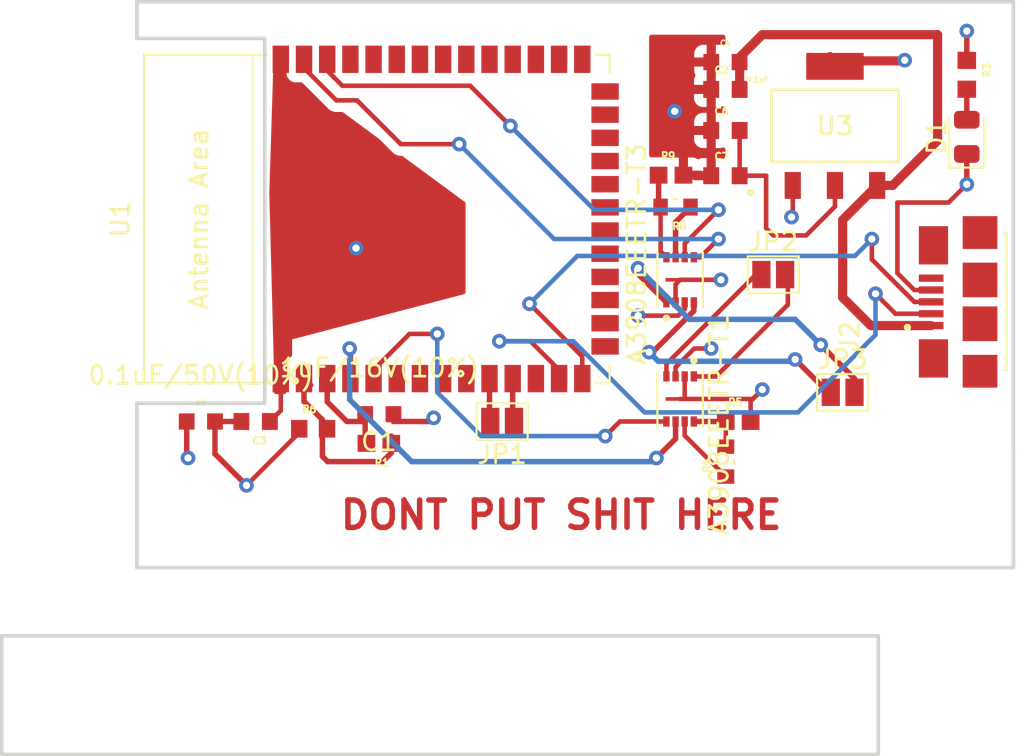
<source format=kicad_pcb>
(kicad_pcb (version 20221018) (generator pcbnew)
  (layers (0 "F.Cu" signal) (1 "In1.Cu" power "GND") (2 "In2.Cu" power "3.3V _REG") (31 "B.Cu" signal) (34 "B.Paste" user) (35 "F.Paste" user) (36 "B.SilkS" user "B.Silkscreen") (37 "F.SilkS" user "F.Silkscreen") (38 "B.Mask" user) (39 "F.Mask" user) (44 "Edge.Cuts" user))
  (net 0 "")
  (net 1 "Net-(A3908EEETR-T1-OUTB)")
  (net 2 "GND")
  (net 3 "Net-(A3908EEETR-T1-OUTA)")
  (net 4 "Net-(A3908EEETR-T1-VREF)")
  (net 5 "Net-(A3908EEETR-T1-VSET)")
  (net 6 "Net-(A3908EEETR-T3-OUTB)")
  (net 7 "Net-(A3908EEETR-T3-OUTA)")
  (net 8 "Net-(A3908EEETR-T3-VREF)")
  (net 9 "Net-(A3908EEETR-T3-VSET)")
  (net 10 "Net-(D1-A)")
  (net 11 "ENA Left Motor")
  (net 12 "ENB Left Motor")
  (net 17 "Net-(JP1-A)")
  (net 18 "Net-(JP1-B)")
  (net 20 "D-")
  (net 21 "D+")
  (net 45 "ENB Right Motor")
  (net 46 "ENA Right Motor")
  (net 47 "3.7_UNREG")
  (net 48 "/CHIP_PU")
  (net 49 "VCC_3V3")
  (net 50 "/ESP32_3V3")
  (footprint "10uF_cap_0603:CAPC1608X90N" (layer "F.Cu") (at 138.23 65.53)
    (fp_text reference "C7" (at -0.21 -1.05) (layer "F.SilkS") (effects (font (size 0.393701 0.393701))))
    (fp_text value "10uF")
    (pad "1" smd rect (at -0.78 0) (size 0.87 0.93) (layers "F.Cu" "F.Paste" "F.Mask") (net 2 "GND"))
    (pad "2" smd rect (at 0.78 0) (size 0.87 0.93) (layers "F.Cu" "F.Paste" "F.Mask") (net 49 "VCC_3V3"))
  )
  (footprint "micro_usb_type_b:AMPHENOL_10118192-0002LF" (layer "F.Cu") (at 149.5 72.44425 90)
    (fp_text reference "J2" (at -1.905 -4.445 90) (layer "F.SilkS"))
    (fp_text value "USB_B")
    (fp_line (start -3.75 4) (end -3.75 4.125) (stroke (width 0.127)) (layer "F.SilkS"))
    (fp_line (start -3.75 4.125) (end 3.75 4.125) (stroke (width 0.127)) (layer "F.SilkS"))
    (fp_line (start 3.75 4.125) (end 3.75 4) (stroke (width 0.127)) (layer "F.SilkS"))
    (fp_circle (center -1.4 -1.3) (end -1.3 -1.3) (stroke (width 0.2)) (fill none) (layer "F.SilkS"))
    (pad "1" smd rect (at -1.3 0 90) (size 0.4 1.35) (layers "F.Cu" "F.Paste" "F.Mask") (net 47 "3.7_UNREG"))
    (pad "2" smd rect (at -0.65 0 90) (size 0.4 1.35) (layers "F.Cu" "F.Paste" "F.Mask") (net 20 "D-"))
    (pad "3" smd rect (at 0 0 90) (size 0.4 1.35) (layers "F.Cu" "F.Paste" "F.Mask") (net 21 "D+"))
    (pad "4" smd rect (at 0.65 0 90) (size 0.4 1.35) (layers "F.Cu" "F.Paste" "F.Mask") (net 2 "GND"))
    (pad "5" smd rect (at 1.3 0 90) (size 0.4 1.35) (layers "F.Cu" "F.Paste" "F.Mask"))
    (pad "S1" smd rect (at -3.1 0.125 90) (size 2.1 1.6) (layers "F.Cu" "F.Paste" "F.Mask"))
    (pad "S2" smd rect (at 3.1 0.125 90) (size 2.1 1.6) (layers "F.Cu" "F.Paste" "F.Mask"))
    (pad "S3" smd rect (at -3.8 2.675 90) (size 1.8 1.9) (layers "F.Cu" "F.Paste" "F.Mask"))
    (pad "S4" smd rect (at -1.2 2.675 90) (size 1.9 1.9) (layers "F.Cu" "F.Paste" "F.Mask"))
    (pad "S5" smd rect (at 1.2 2.675 90) (size 1.9 1.9) (layers "F.Cu" "F.Paste" "F.Mask"))
    (pad "S6" smd rect (at 3.8 2.675 90) (size 1.8 1.9) (layers "F.Cu" "F.Paste" "F.Mask"))
  )
  (footprint "3.3v_reg:SPX1117M3-L-3-3&slash_TR" (layer "F.Cu") (at 144.23 62.8)
    (fp_text reference "U3" (at 0 0) (layer "F.SilkS"))
    (fp_text value "SPX1117M3-L-3-3/TR" hide)
    (fp_line (start -3.4798 -1.9812) (end -3.4798 1.9812) (stroke (width 0.1524)) (layer "F.SilkS"))
    (fp_line (start -3.4798 1.9812) (end 3.4798 1.9812) (stroke (width 0.1524)) (layer "F.SilkS"))
    (fp_line (start 3.4798 -1.9812) (end -3.4798 -1.9812) (stroke (width 0.1524)) (layer "F.SilkS"))
    (fp_line (start 3.4798 1.9812) (end 3.4798 -1.9812) (stroke (width 0.1524)) (layer "F.SilkS"))
    (fp_circle (center -4.6228 3.6449) (end -4.4958 3.6449) (stroke (width 0.1524)) (fill none) (layer "F.SilkS"))
    (pad "1" smd rect (at -2.3114 3.2639) (size 0.889 1.4732) (layers "F.Cu" "F.Paste" "F.Mask") (net 2 "GND"))
    (pad "2" smd rect (at 0 3.2639) (size 0.889 1.4732) (layers "F.Cu" "F.Paste" "F.Mask") (net 49 "VCC_3V3"))
    (pad "3" smd rect (at 2.3114 3.2639) (size 0.889 1.4732) (layers "F.Cu" "F.Paste" "F.Mask") (net 47 "3.7_UNREG"))
    (pad "4" smd rect (at 0 -3.2639) (size 3.1496 1.4732) (layers "F.Cu" "F.Paste" "F.Mask") (net 49 "VCC_3V3"))
  )
  (footprint "10uF_cap_0603:CAPC1608X90N" (layer "F.Cu") (at 138.23 60.8)
    (fp_text reference "C2" (at -0.21 -1.05) (layer "F.SilkS") (effects (font (size 0.393701 0.393701))))
    (fp_text value "10uF")
    (pad "1" smd rect (at -0.78 0) (size 0.87 0.93) (layers "F.Cu" "F.Paste" "F.Mask") (net 2 "GND"))
    (pad "2" smd rect (at 0.78 0) (size 0.87 0.93) (layers "F.Cu" "F.Paste" "F.Mask") (net 47 "3.7_UNREG"))
  )
  (footprint "0_ohm_0603:RESC1508X55N" (layer "F.Cu") (at 115.65 79.4)
    (fp_text reference "R6" (at -0.21 -1.07) (layer "F.SilkS") (effects (font (size 0.393701 0.393701))))
    (fp_text value "0(1%)")
    (pad "1" smd rect (at -0.76 0) (size 0.9 0.97) (layers "F.Cu" "F.Paste" "F.Mask") (net 49 "VCC_3V3"))
    (pad "2" smd rect (at 0.76 0) (size 0.9 0.97) (layers "F.Cu" "F.Paste" "F.Mask") (net 50 "/ESP32_3V3"))
  )
  (footprint "18k_ohm_0603:RESC1608X55N" (layer "F.Cu") (at 138.25 81.2 90)
    (fp_text reference "R4" (at -0.21 -1.05 90) (layer "F.SilkS") (effects (font (size 0.393701 0.393701))))
    (fp_text value "30k")
    (fp_line (start -0.11 -0.45) (end 0.11 -0.45) (stroke (width 0.127)) (layer "F.SilkS"))
    (fp_line (start -0.11 0.45) (end 0.11 0.45) (stroke (width 0.127)) (layer "F.SilkS"))
    (pad "1" smd rect (at -0.82 0 90) (size 0.79 0.93) (layers "F.Cu" "F.Paste" "F.Mask") (net 4 "Net-(A3908EEETR-T1-VREF)"))
    (pad "2" smd rect (at 0.82 0 90) (size 0.79 0.93) (layers "F.Cu" "F.Paste" "F.Mask") (net 5 "Net-(A3908EEETR-T1-VSET)"))
  )
  (footprint "Jumper:SolderJumper-2_P1.3mm_Open_Pad1.0x1.5mm" (layer "F.Cu") (at 144.65 77.4)
    (fp_text reference "JP3" (at 0 -1.8) (layer "F.SilkS"))
    (fp_text value "SolderJumper_2_Open")
    (fp_line (start -1.4 -1) (end 1.4 -1) (stroke (width 0.12)) (layer "F.SilkS"))
    (fp_line (start -1.4 1) (end -1.4 -1) (stroke (width 0.12)) (layer "F.SilkS"))
    (fp_line (start 1.4 -1) (end 1.4 1) (stroke (width 0.12)) (layer "F.SilkS"))
    (fp_line (start 1.4 1) (end -1.4 1) (stroke (width 0.12)) (layer "F.SilkS"))
    (pad "1" smd rect (at -0.65 0) (size 1 1.5) (layers "F.Cu" "F.Mask") (net 7 "Net-(A3908EEETR-T3-OUTA)"))
    (pad "2" smd rect (at 0.65 0) (size 1 1.5) (layers "F.Cu" "F.Mask") (net 6 "Net-(A3908EEETR-T3-OUTB)"))
  )
  (footprint "motor_driver_ic:PSON50P200X300X60-9N" (layer "F.Cu") (at 135.75 77.765 -90)
    (fp_text reference "A3908EEETR-T1" (at 1.41 -2.135 90) (layer "F.SilkS"))
    (fp_text value "~")
    (fp_line (start -1.5 -1.245) (end 1.5 -1.245) (stroke (width 0.127)) (layer "F.SilkS"))
    (fp_line (start 1.5 1.245) (end -1.5 1.245) (stroke (width 0.127)) (layer "F.SilkS"))
    (fp_circle (center -2.1 -0.75) (end -2 -0.75) (stroke (width 0.2)) (fill none) (layer "F.SilkS"))
    (pad "1" smd rect (at -1.235 -0.75 270) (size 0.56 0.35) (layers "F.Cu" "F.Paste" "F.Mask") (net 1 "Net-(A3908EEETR-T1-OUTB)"))
    (pad "2" smd rect (at -1.235 -0.25 270) (size 0.56 0.35) (layers "F.Cu" "F.Paste" "F.Mask") (net 2 "GND"))
    (pad "3" smd rect (at -1.235 0.25 270) (size 0.56 0.35) (layers "F.Cu" "F.Paste" "F.Mask") (net 47 "3.7_UNREG"))
    (pad "4" smd rect (at -1.235 0.75 270) (size 0.56 0.35) (layers "F.Cu" "F.Paste" "F.Mask") (net 3 "Net-(A3908EEETR-T1-OUTA)"))
    (pad "5" smd rect (at 1.235 0.75 270) (size 0.56 0.35) (layers "F.Cu" "F.Paste" "F.Mask") (net 46 "ENA Right Motor"))
    (pad "6" smd rect (at 1.235 0.25 270) (size 0.56 0.35) (layers "F.Cu" "F.Paste" "F.Mask") (net 45 "ENB Right Motor"))
    (pad "7" smd rect (at 1.235 -0.25 270) (size 0.56 0.35) (layers "F.Cu" "F.Paste" "F.Mask") (net 4 "Net-(A3908EEETR-T1-VREF)"))
    (pad "8" smd rect (at 1.235 -0.75 270) (size 0.56 0.35) (layers "F.Cu" "F.Paste" "F.Mask") (net 5 "Net-(A3908EEETR-T1-VSET)"))
    (pad "9" smd rect (at 0 0 270) (size 0.2 1.6) (layers "F.Cu" "F.Mask") (net 2 "GND"))
  )
  (footprint "100_ohm_0603:RESC1608X50N" (layer "F.Cu") (at 151.45 60 -90)
    (fp_text reference "R3" (at -0.26 -1.1 90) (layer "F.SilkS") (effects (font (size 0.393701 0.393701))))
    (fp_text value "100 ohm")
    (pad "1" smd rect (at -0.79 0 270) (size 0.94 1.02) (layers "F.Cu" "F.Paste" "F.Mask") (net 49 "VCC_3V3"))
    (pad "2" smd rect (at 0.79 0 270) (size 0.94 1.02) (layers "F.Cu" "F.Paste" "F.Mask") (net 10 "Net-(D1-A)"))
  )
  (footprint "Espressif:ESP32-S3-WROOM-1" (layer "F.Cu") (at 122.14 67.9 90)
    (fp_text reference "U1" (at 0 -17.05 90) (layer "F.SilkS"))
    (fp_text value "ESP32-S3-WROOM-1")
    (fp_text user "Antenna Area" (at 0 -12.75 90) (layer "F.SilkS"))
    (fp_line (start -9 -15.75) (end -9 -9) (stroke (width 0.12)) (layer "F.SilkS"))
    (fp_line (start -9 -15.75) (end 9 -15.75) (stroke (width 0.12)) (layer "F.SilkS"))
    (fp_line (start -9 9) (end -9 9.75) (stroke (width 0.12)) (layer "F.SilkS"))
    (fp_line (start -9 9.75) (end -8 9.75) (stroke (width 0.12)) (layer "F.SilkS"))
    (fp_line (start 9 -15.75) (end 9 -9) (stroke (width 0.12)) (layer "F.SilkS"))
    (fp_line (start 9 -9.81) (end -9 -9.81) (stroke (width 0.12)) (layer "F.SilkS"))
    (fp_line (start 9 9) (end 9 9.75) (stroke (width 0.12)) (layer "F.SilkS"))
    (fp_line (start 9 9.75) (end 8 9.75) (stroke (width 0.12)) (layer "F.SilkS"))
    (pad "1" smd rect (at -8.75 -8.26 90) (size 1.5 0.9) (layers "F.Cu" "F.Paste" "F.Mask") (net 2 "GND"))
    (pad "2" smd rect (at -8.75 -6.99 90) (size 1.5 0.9) (layers "F.Cu" "F.Paste" "F.Mask") (net 50 "/ESP32_3V3"))
    (pad "3" smd rect (at -8.75 -5.72 90) (size 1.5 0.9) (layers "F.Cu" "F.Paste" "F.Mask") (net 48 "/CHIP_PU"))
    (pad "4" smd rect (at -8.75 -4.45 90) (size 1.5 0.9) (layers "F.Cu" "F.Paste" "F.Mask") (net 45 "ENB Right Motor"))
    (pad "5" smd rect (at -8.75 -3.18 90) (size 1.5 0.9) (layers "F.Cu" "F.Paste" "F.Mask") (net 46 "ENA Right Motor"))
    (pad "6" smd rect (at -8.75 -1.91 90) (size 1.5 0.9) (layers "F.Cu" "F.Paste" "F.Mask"))
    (pad "7" smd rect (at -8.75 -0.64 90) (size 1.5 0.9) (layers "F.Cu" "F.Paste" "F.Mask"))
    (pad "8" smd rect (at -8.75 0.63 90) (size 1.5 0.9) (layers "F.Cu" "F.Paste" "F.Mask"))
    (pad "9" smd rect (at -8.75 1.9 90) (size 1.5 0.9) (layers "F.Cu" "F.Paste" "F.Mask"))
    (pad "10" smd rect (at -8.75 3.17 90) (size 1.5 0.9) (layers "F.Cu" "F.Paste" "F.Mask") (net 18 "Net-(JP1-B)"))
    (pad "11" smd rect (at -8.75 4.44 90) (size 1.5 0.9) (layers "F.Cu" "F.Paste" "F.Mask") (net 17 "Net-(JP1-A)"))
    (pad "12" smd rect (at -8.75 5.71 90) (size 1.5 0.9) (layers "F.Cu" "F.Paste" "F.Mask"))
    (pad "13" smd rect (at -8.75 6.98 90) (size 1.5 0.9) (layers "F.Cu" "F.Paste" "F.Mask") (net 20 "D-"))
    (pad "14" smd rect (at -8.75 8.25 90) (size 1.5 0.9) (layers "F.Cu" "F.Paste" "F.Mask") (net 21 "D+"))
    (pad "15" smd rect (at -6.985 9.5 180) (size 1.5 0.9) (layers "F.Cu" "F.Paste" "F.Mask"))
    (pad "16" smd rect (at -5.715 9.5 180) (size 1.5 0.9) (layers "F.Cu" "F.Paste" "F.Mask"))
    (pad "17" smd rect (at -4.445 9.5 180) (size 1.5 0.9) (layers "F.Cu" "F.Paste" "F.Mask"))
    (pad "18" smd rect (at -3.175 9.5 180) (size 1.5 0.9) (layers "F.Cu" "F.Paste" "F.Mask"))
    (pad "19" smd rect (at -1.905 9.5 180) (size 1.5 0.9) (layers "F.Cu" "F.Paste" "F.Mask"))
    (pad "20" smd rect (at -0.635 9.5 180) (size 1.5 0.9) (layers "F.Cu" "F.Paste" "F.Mask"))
    (pad "21" smd rect (at 0.635 9.5 180) (size 1.5 0.9) (layers "F.Cu" "F.Paste" "F.Mask"))
    (pad "22" smd rect (at 1.905 9.5 180) (size 1.5 0.9) (layers "F.Cu" "F.Paste" "F.Mask"))
    (pad "23" smd rect (at 3.175 9.5 180) (size 1.5 0.9) (layers "F.Cu" "F.Paste" "F.Mask"))
    (pad "24" smd rect (at 4.445 9.5 180) (size 1.5 0.9) (layers "F.Cu" "F.Paste" "F.Mask"))
    (pad "25" smd rect (at 5.715 9.5 180) (size 1.5 0.9) (layers "F.Cu" "F.Paste" "F.Mask"))
    (pad "26" smd rect (at 6.985 9.5 180) (size 1.5 0.9) (layers "F.Cu" "F.Paste" "F.Mask"))
    (pad "27" smd rect (at 8.75 8.25 270) (size 1.5 0.9) (layers "F.Cu" "F.Paste" "F.Mask"))
    (pad "28" smd rect (at 8.75 6.98 270) (size 1.5 0.9) (layers "F.Cu" "F.Paste" "F.Mask"))
    (pad "29" smd rect (at 8.75 5.71 270) (size 1.5 0.9) (layers "F.Cu" "F.Paste" "F.Mask"))
    (pad "30" smd rect (at 8.75 4.44 270) (size 1.5 0.9) (layers "F.Cu" "F.Paste" "F.Mask"))
    (pad "31" smd rect (at 8.75 3.17 270) (size 1.5 0.9) (layers "F.Cu" "F.Paste" "F.Mask"))
    (pad "32" smd rect (at 8.75 1.9 270) (size 1.5 0.9) (layers "F.Cu" "F.Paste" "F.Mask"))
    (pad "33" smd rect (at 8.75 0.63 270) (size 1.5 0.9) (layers "F.Cu" "F.Paste" "F.Mask"))
    (pad "34" smd rect (at 8.75 -0.64 270) (size 1.5 0.9) (layers "F.Cu" "F.Paste" "F.Mask"))
    (pad "35" smd rect (at 8.75 -1.91 270) (size 1.5 0.9) (layers "F.Cu" "F.Paste" "F.Mask"))
    (pad "36" smd rect (at 8.75 -3.18 270) (size 1.5 0.9) (layers "F.Cu" "F.Paste" "F.Mask"))
    (pad "37" smd rect (at 8.75 -4.45 270) (size 1.5 0.9) (layers "F.Cu" "F.Paste" "F.Mask"))
    (pad "38" smd rect (at 8.75 -5.72 270) (size 1.5 0.9) (layers "F.Cu" "F.Paste" "F.Mask") (net 12 "ENB Left Motor"))
    (pad "39" smd rect (at 8.75 -6.99 270) (size 1.5 0.9) (layers "F.Cu" "F.Paste" "F.Mask") (net 11 "ENA Left Motor"))
    (pad "40" smd rect (at 8.75 -8.26 270) (size 1.5 0.9) (layers "F.Cu" "F.Paste" "F.Mask") (net 2 "GND"))
    (pad "41" smd rect (at -2.9 -1.94 270) (size 0.9 0.9) (layers "F.Cu" "F.Paste" "F.Mask") (net 2 "GND"))
    (pad "41" smd rect (at -2.9 -0.54 270) (size 0.9 0.9) (layers "F.Cu" "F.Paste" "F.Mask") (net 2 "GND"))
    (pad "41" smd rect (at -2.9 0.86 270) (size 0.9 0.9) (layers "F.Cu" "F.Paste" "F.Mask") (net 2 "GND"))
    (pad "41" smd rect (at -1.5 -1.94 270) (size 0.9 0.9) (layers "F.Cu" "F.Paste" "F.Mask") (net 2 "GND"))
    (pad "41" smd rect (at -1.5 -0.54 270) (size 0.9 0.9) (layers "F.Cu" "F.Paste" "F.Mask") (net 2 "GND"))
    (pad "41" smd rect (at -1.5 0.86 270) (size 0.9 0.9) (layers "F.Cu" "F.Paste" "F.Mask") (net 2 "GND"))
    (pad "41" smd rect (at -0.1 -1.94 270) (size 0.9 0.9) (layers "F.Cu" "F.Paste" "F.Mask") (net 2 "GND"))
    (pad "41" smd rect (at -0.1 -0.54 270) (size 0.9 0.9) (layers "F.Cu" "F.Paste" "F.Mask") (net 2 "GND"))
    (pad "41" smd rect (at -0.1 0.86 270) (size 0.9 0.9) (layers "F.Cu" "F.Paste" "F.Mask") (net 2 "GND"))
  )
  (footprint "Jumper:SolderJumper-2_P1.3mm_Open_Pad1.0x1.5mm" (layer "F.Cu") (at 140.85 70.95)
    (fp_text reference "JP2" (at 0 -1.8) (layer "F.SilkS"))
    (fp_text value "SolderJumper_2_Open")
    (fp_line (start -1.4 -1) (end 1.4 -1) (stroke (width 0.12)) (layer "F.SilkS"))
    (fp_line (start -1.4 1) (end -1.4 -1) (stroke (width 0.12)) (layer "F.SilkS"))
    (fp_line (start 1.4 -1) (end 1.4 1) (stroke (width 0.12)) (layer "F.SilkS"))
    (fp_line (start 1.4 1) (end -1.4 1) (stroke (width 0.12)) (layer "F.SilkS"))
    (pad "1" smd rect (at -0.65 0) (size 1 1.5) (layers "F.Cu" "F.Mask") (net 3 "Net-(A3908EEETR-T1-OUTA)"))
    (pad "2" smd rect (at 0.65 0) (size 1 1.5) (layers "F.Cu" "F.Mask") (net 1 "Net-(A3908EEETR-T1-OUTB)"))
  )
  (footprint "0.1uF_cap_0603:CAPC1608X90N" (layer "F.Cu") (at 112.5 79 180)
    (fp_text reference "C3" (at -0.21 -1.05 180) (layer "F.SilkS") (effects (font (size 0.393701 0.393701))))
    (fp_text value "10uF/6.7V (10%)")
    (pad "1" smd rect (at -0.78 0 180) (size 0.87 0.93) (layers "F.Cu" "F.Paste" "F.Mask") (net 2 "GND"))
    (pad "2" smd rect (at 0.78 0 180) (size 0.87 0.93) (layers "F.Cu" "F.Paste" "F.Mask") (net 49 "VCC_3V3"))
  )
  (footprint "1uF_cap_0603:CL10A105KB8NNNC" (layer "F.Cu") (at 119.2747 78.6)
    (fp_text reference "C1" (at -0.0247 1.5) (layer "F.SilkS"))
    (fp_text value "1uF/16V(10%)" (at 0 -2.54) (layer "F.SilkS"))
    (pad "1" smd rect (at -0.7747 0) (size 0.8636 0.889) (layers "F.Cu" "F.Paste" "F.Mask") (net 48 "/CHIP_PU"))
    (pad "2" smd rect (at 0.7747 0) (size 0.8636 0.889) (layers "F.Cu" "F.Paste" "F.Mask") (net 2 "GND"))
  )
  (footprint "18k_ohm_0603:RESC1608X55N" (layer "F.Cu") (at 135.5 67.25 180)
    (fp_text reference "R8" (at -0.21 -1.05) (layer "F.SilkS") (effects (font (size 0.393701 0.393701))))
    (fp_text value "30k")
    (fp_line (start -0.11 -0.45) (end 0.11 -0.45) (stroke (width 0.127)) (layer "F.SilkS"))
    (fp_line (start -0.11 0.45) (end 0.11 0.45) (stroke (width 0.127)) (layer "F.SilkS"))
    (pad "1" smd rect (at -0.82 0 180) (size 0.79 0.93) (layers "F.Cu" "F.Paste" "F.Mask") (net 8 "Net-(A3908EEETR-T3-VREF)"))
    (pad "2" smd rect (at 0.82 0 180) (size 0.79 0.93) (layers "F.Cu" "F.Paste" "F.Mask") (net 9 "Net-(A3908EEETR-T3-VSET)"))
  )
  (footprint "1uF_cap_0603:CL10A105KB8NNNC" (layer "F.Cu") (at 109.5 79)
    (fp_text reference "C8" (at 0 -1) (layer "F.SilkS") (effects (font (size 0.3 0.3) (thickness 0.075))))
    (fp_text value "0.1uF/50V(10%)" (at 0 -2.54) (layer "F.SilkS"))
    (pad "1" smd rect (at -0.7747 0) (size 0.8636 0.889) (layers "F.Cu" "F.Paste" "F.Mask") (net 2 "GND"))
    (pad "2" smd rect (at 0.7747 0) (size 0.8636 0.889) (layers "F.Cu" "F.Paste" "F.Mask") (net 49 "VCC_3V3"))
  )
  (footprint "0.1uF_cap_0603:CAPC1608X90N" (layer "F.Cu") (at 138.23 63.05)
    (fp_text reference "C6" (at -0.21 -1.05) (layer "F.SilkS") (effects (font (size 0.393701 0.393701))))
    (fp_text value "0.1uF")
    (pad "1" smd rect (at -0.78 0) (size 0.87 0.93) (layers "F.Cu" "F.Paste" "F.Mask") (net 2 "GND"))
    (pad "2" smd rect (at 0.78 0) (size 0.87 0.93) (layers "F.Cu" "F.Paste" "F.Mask") (net 49 "VCC_3V3"))
  )
  (footprint "1uF_cap_0603:CL10A105KB8NNNC" (layer "F.Cu") (at 138.23 59.3)
    (fp_text reference "C4" (at 0.0033 -1.0347) (layer "F.SilkS") (effects (font (size 0.3 0.3) (thickness 0.075))))
    (fp_text value "0.1uF" (at 1.7533 0.9653) (layer "F.SilkS") (effects (font (size 0.3 0.3) (thickness 0.075))))
    (pad "1" smd rect (at -0.7747 0) (size 0.8636 0.889) (layers "F.Cu" "F.Paste" "F.Mask") (net 2 "GND"))
    (pad "2" smd rect (at 0.7747 0) (size 0.8636 0.889) (layers "F.Cu" "F.Paste" "F.Mask") (net 47 "3.7_UNREG"))
  )
  (footprint "LED_SMD:LED_0805_2012Metric" (layer "F.Cu") (at 151.45 63.4 90)
    (fp_text reference "D1" (at 0 -1.65 90) (layer "F.SilkS"))
    (fp_text value "LED")
    (fp_line (start -1.685 -0.96) (end -1.685 0.96) (stroke (width 0.12)) (layer "F.SilkS"))
    (fp_line (start -1.685 0.96) (end 1 0.96) (stroke (width 0.12)) (layer "F.SilkS"))
    (fp_line (start 1 -0.96) (end -1.685 -0.96) (stroke (width 0.12)) (layer "F.SilkS"))
    (pad "1" smd roundrect (at -0.9375 0 90) (size 0.975 1.4) (layers "F.Cu" "F.Paste" "F.Mask") (net 2 "GND"))
    (pad "2" smd roundrect (at 0.9375 0 90) (size 0.975 1.4) (layers "F.Cu" "F.Paste" "F.Mask") (net 10 "Net-(D1-A)"))
  )
  (footprint "motor_driver_ic:PSON50P200X300X60-9N" (layer "F.Cu") (at 135.75 71.235 90)
    (fp_text reference "A3908EEETR-T3" (at 1.41 -2.385 90) (layer "F.SilkS"))
    (fp_text value "~")
    (fp_line (start -1.5 -1.245) (end 1.5 -1.245) (stroke (width 0.127)) (layer "F.SilkS"))
    (fp_line (start 1.5 1.245) (end -1.5 1.245) (stroke (width 0.127)) (layer "F.SilkS"))
    (fp_circle (center -2.1 -0.75) (end -2 -0.75) (stroke (width 0.2)) (fill none) (layer "F.SilkS"))
    (pad "1" smd rect (at -1.235 -0.75 90) (size 0.56 0.35) (layers "F.Cu" "F.Paste" "F.Mask") (net 6 "Net-(A3908EEETR-T3-OUTB)"))
    (pad "2" smd rect (at -1.235 -0.25 90) (size 0.56 0.35) (layers "F.Cu" "F.Paste" "F.Mask") (net 2 "GND"))
    (pad "3" smd rect (at -1.235 0.25 90) (size 0.56 0.35) (layers "F.Cu" "F.Paste" "F.Mask") (net 49 "VCC_3V3"))
    (pad "4" smd rect (at -1.235 0.75 90) (size 0.56 0.35) (layers "F.Cu" "F.Paste" "F.Mask") (net 7 "Net-(A3908EEETR-T3-OUTA)"))
    (pad "5" smd rect (at 1.235 0.75 90) (size 0.56 0.35) (layers "F.Cu" "F.Paste" "F.Mask") (net 11 "ENA Left Motor"))
    (pad "6" smd rect (at 1.235 0.25 90) (size 0.56 0.35) (layers "F.Cu" "F.Paste" "F.Mask") (net 12 "ENB Left Motor"))
    (pad "7" smd rect (at 1.235 -0.25 90) (size 0.56 0.35) (layers "F.Cu" "F.Paste" "F.Mask") (net 8 "Net-(A3908EEETR-T3-VREF)"))
    (pad "8" smd rect (at 1.235 -0.75 90) (size 0.56 0.35) (layers "F.Cu" "F.Paste" "F.Mask") (net 9 "Net-(A3908EEETR-T3-VSET)"))
    (pad "9" smd rect (at 0 0 90) (size 0.2 1.6) (layers "F.Cu" "F.Mask") (net 2 "GND"))
  )
  (footprint "Jumper:SolderJumper-2_P1.3mm_Open_Pad1.0x1.5mm" (layer "F.Cu") (at 126 79 180)
    (fp_text reference "JP1" (at 0 -1.8) (layer "F.SilkS"))
    (fp_text value "SolderJumper_2_Open")
    (fp_line (start -1.4 -1) (end 1.4 -1) (stroke (width 0.12)) (layer "F.SilkS"))
    (fp_line (start -1.4 1) (end -1.4 -1) (stroke (width 0.12)) (layer "F.SilkS"))
    (fp_line (start 1.4 -1) (end 1.4 1) (stroke (width 0.12)) (layer "F.SilkS"))
    (fp_line (start 1.4 1) (end -1.4 1) (stroke (width 0.12)) (layer "F.SilkS"))
    (pad "1" smd rect (at -0.65 0 180) (size 1 1.5) (layers "F.Cu" "F.Mask") (net 17 "Net-(JP1-A)"))
    (pad "2" smd rect (at 0.65 0 180) (size 1 1.5) (layers "F.Cu" "F.Mask") (net 18 "Net-(JP1-B)"))
  )
  (footprint "10k_ohm_0603:RESC1508X50N" (layer "F.Cu") (at 119.25 80.2 180)
    (fp_text reference "R1" (at -0.16 -1.05) (layer "F.SilkS") (effects (font (size 0.393701 0.393701))))
    (fp_text value "10K(1%)")
    (pad "1" smd rect (at -0.68 0 180) (size 0.97 0.93) (layers "F.Cu" "F.Paste" "F.Mask") (net 50 "/ESP32_3V3"))
    (pad "2" smd rect (at 0.68 0 180) (size 0.97 0.93) (layers "F.Cu" "F.Paste" "F.Mask") (net 48 "/CHIP_PU"))
  )
  (footprint "10k_ohm_0603:RESC1508X50N" (layer "F.Cu") (at 135.25 65.5)
    (fp_text reference "R9" (at -0.16 -1.05) (layer "F.SilkS") (effects (font (size 0.393701 0.393701))))
    (fp_text value "10k")
    (pad "1" smd rect (at -0.68 0) (size 0.97 0.93) (layers "F.Cu" "F.Paste" "F.Mask") (net 9 "Net-(A3908EEETR-T3-VSET)"))
    (pad "2" smd rect (at 0.68 0) (size 0.97 0.93) (layers "F.Cu" "F.Paste" "F.Mask") (net 2 "GND"))
  )
  (footprint "10k_ohm_0603:RESC1508X50N" (layer "F.Cu") (at 138.93 79)
    (fp_text reference "R5" (at -0.16 -1.05) (layer "F.SilkS") (effects (font (size 0.393701 0.393701))))
    (fp_text value "10k")
    (pad "1" smd rect (at -0.68 0) (size 0.97 0.93) (layers "F.Cu" "F.Paste" "F.Mask") (net 5 "Net-(A3908EEETR-T1-VSET)"))
    (pad "2" smd rect (at 0.68 0) (size 0.97 0.93) (layers "F.Cu" "F.Paste" "F.Mask") (net 2 "GND"))
  )
  (gr_rect (start 98.6 90.75) (end 146.6 97.25) (stroke (width 0.2)) (fill none) (layer "Edge.Cuts"))
  (gr_line (start 113 78) (end 113 58) (stroke (width 0.2)) (layer "Edge.Cuts"))
  (gr_line (start 113 58) (end 106 58) (stroke (width 0.2)) (layer "Edge.Cuts"))
  (gr_line (start 106 56) (end 154 56) (stroke (width 0.2)) (layer "Edge.Cuts"))
  (gr_line (start 106 87) (end 154 87) (stroke (width 0.2)) (layer "Edge.Cuts"))
  (gr_line (start 106 58) (end 106 56) (stroke (width 0.2)) (layer "Edge.Cuts"))
  (gr_line (start 106 87) (end 106 78) (stroke (width 0.2)) (layer "Edge.Cuts"))
  (gr_line (start 154 56) (end 154 87) (stroke (width 0.2)) (layer "Edge.Cuts"))
  (gr_line (start 106 78) (end 113 78) (stroke (width 0.2)) (layer "Edge.Cuts"))
  (gr_line (start 106 87) (end 154 87) (stroke (width 0.2)) (layer "Edge.Cuts"))
  (gr_line (start 154 87) (end 154 80.5) (stroke (width 0.2)) (layer "Edge.Cuts"))
  (gr_text "DONT PUT SHIT HERE" (at 117 85) (layer "F.Cu") (effects (font (size 1.5 1.5) (thickness 0.3) bold) (justify left bottom)))
  (segment (start 141.5 70.95) (end 141.5 71.45) (width 0.25) (layer "F.Cu") (net 1))
  (segment (start 137.72 76.53) (end 136.5 76.53) (width 0.25) (layer "F.Cu") (net 1))
  (segment (start 141.5 71.45) (end 141.65 71.6) (width 0.25) (layer "F.Cu") (net 1))
  (segment (start 141.65 72.6) (end 137.72 76.53) (width 0.25) (layer "F.Cu") (net 1))
  (segment (start 141.65 71.6) (end 141.65 72.6) (width 0.25) (layer "F.Cu") (net 1))
  (segment (start 108.7253 80.9253) (end 108.8 81) (width 0.3) (layer "F.Cu") (net 2))
  (segment (start 140.25 77.25) (end 139.61 77.89) (width 0.25) (layer "F.Cu") (net 2))
  (segment (start 147.65 67) (end 150.45 67) (width 0.25) (layer "F.Cu") (net 2))
  (segment (start 113.88 76.65) (end 113.88 78.4) (width 0.25) (layer "F.Cu") (net 2))
  (segment (start 122.05 79) (end 120.0494 79) (width 0.3) (layer "F.Cu") (net 2))
  (segment (start 135.75 71.235) (end 137.985 71.235) (width 0.25) (layer "F.Cu") (net 2))
  (segment (start 150.45 67) (end 151.45 66) (width 0.25) (layer "F.Cu") (net 2))
  (segment (start 135.75 77.765) (end 139.735 77.765) (width 0.25) (layer "F.Cu") (net 2))
  (segment (start 141.9186 67.7314) (end 141.9186 66.0639) (width 0.25) (layer "F.Cu") (net 2))
  (segment (start 149.5 71.79425) (end 148.575 71.79425) (width 0.25) (layer "F.Cu") (net 2))
  (segment (start 139.735 77.765) (end 140.25 77.25) (width 0.25) (layer "F.Cu") (net 2))
  (segment (start 108.7253 79) (end 108.7253 80.9253) (width 0.3) (layer "F.Cu") (net 2))
  (segment (start 135.5 72.47) (end 135.5 71.485) (width 0.25) (layer "F.Cu") (net 2))
  (segment (start 136 77.765) (end 136 76.53) (width 0.25) (layer "F.Cu") (net 2))
  (segment (start 141.85 67.8) (end 141.9186 67.7314) (width 0.25) (layer "F.Cu") (net 2))
  (segment (start 113.88 78.4) (end 113.28 79) (width 0.25) (layer "F.Cu") (net 2))
  (segment (start 147.65 70.86925) (end 147.65 67) (width 0.25) (layer "F.Cu") (net 2))
  (segment (start 139.61 77.89) (end 139.61 79) (width 0.25) (layer "F.Cu") (net 2))
  (segment (start 151.45 64.3375) (end 151.45 66) (width 0.3) (layer "F.Cu") (net 2))
  (segment (start 148.575 71.79425) (end 147.65 70.86925) (width 0.25) (layer "F.Cu") (net 2))
  (segment (start 122.25 78.8) (end 122.05 79) (width 0.3) (layer "F.Cu") (net 2))
  (segment (start 135.5 71.485) (end 135.75 71.235) (width 0.25) (layer "F.Cu") (net 2))
  (segment (start 138 71.25) (end 137.985 71.235) (width 0.25) (layer "F.Cu") (net 2))
  (via (at 141.85 67.8) (size 0.8) (drill 0.4) (layers "F.Cu" "B.Cu") (net 2))
  (via (at 151.45 66) (size 0.8) (drill 0.4) (layers "F.Cu" "B.Cu") (net 2))
  (via (at 135.45 62) (size 0.8) (drill 0.4) (layers "F.Cu" "B.Cu") (net 2))
  (via (at 137.985 71.235) (size 0.8) (drill 0.4) (layers "F.Cu" "B.Cu") (net 2))
  (via (at 108.8 81) (size 0.8) (drill 0.4) (layers "F.Cu" "B.Cu") (net 2))
  (via (at 140.25 77.25) (size 0.8) (drill 0.4) (layers "F.Cu" "B.Cu") (net 2))
  (via (at 122.25 78.8) (size 0.8) (drill 0.4) (layers "F.Cu" "B.Cu") (net 2))
  (via (at 118 69.5) (size 0.8) (drill 0.4) (layers "F.Cu" "B.Cu") (net 2))
  (segment (start 139.9 70.95) (end 135 75.85) (width 0.25) (layer "F.Cu") (net 3))
  (segment (start 140.2 70.95) (end 139.9 70.95) (width 0.25) (layer "F.Cu") (net 3))
  (segment (start 135 75.85) (end 135 76.53) (width 0.25) (layer "F.Cu") (net 3))
  (segment (start 136 79.77) (end 138.25 82.02) (width 0.25) (layer "F.Cu") (net 4))
  (segment (start 136 79) (end 136 79.77) (width 0.25) (layer "F.Cu") (net 4))
  (segment (start 138.25 80.38) (end 138.25 79) (width 0.25) (layer "F.Cu") (net 5))
  (segment (start 138.25 79.25) (end 138 79) (width 0.3) (layer "F.Cu") (net 5))
  (segment (start 138 79) (end 136.525 79) (width 0.3) (layer "F.Cu") (net 5))
  (segment (start 133.45 70.92) (end 135 72.47) (width 0.3) (layer "F.Cu") (net 6))
  (segment (start 133.45 70.6) (end 133.45 70.92) (width 0.3) (layer "F.Cu") (net 6))
  (segment (start 143.45 74.8) (end 145.3 76.65) (width 0.3) (layer "F.Cu") (net 6))
  (segment (start 145.3 76.65) (end 145.3 77.4) (width 0.3) (layer "F.Cu") (net 6))
  (via (at 133.45 70.6) (size 0.8) (drill 0.4) (layers "F.Cu" "B.Cu") (net 6))
  (via (at 143.45 74.8) (size 0.8) (drill 0.4) (layers "F.Cu" "B.Cu") (net 6))
  (segment (start 136.25 73.4) (end 142.05 73.4) (width 0.3) (layer "B.Cu") (net 6))
  (segment (start 133.45 70.6) (end 136.25 73.4) (width 0.3) (layer "B.Cu") (net 6))
  (segment (start 142.05 73.4) (end 143.45 74.8) (width 0.3) (layer "B.Cu") (net 6))
  (segment (start 144 77.4) (end 143.85 77.4) (width 0.3) (layer "F.Cu") (net 7))
  (segment (start 143.85 77.4) (end 142.05 75.6) (width 0.3) (layer "F.Cu") (net 7))
  (segment (start 134.23995 75.2) (end 136.5 72.93995) (width 0.3) (layer "F.Cu") (net 7))
  (segment (start 134.05 75.2) (end 134.23995 75.2) (width 0.3) (layer "F.Cu") (net 7))
  (segment (start 136.5 72.93995) (end 136.5 72.47) (width 0.3) (layer "F.Cu") (net 7))
  (via (at 142.05 75.6) (size 0.8) (drill 0.4) (layers "F.Cu" "B.Cu") (net 7))
  (via (at 134.05 75.2) (size 0.8) (drill 0.4) (layers "F.Cu" "B.Cu") (net 7))
  (segment (start 142.05 75.6) (end 141.95 75.7) (width 0.3) (layer "B.Cu") (net 7))
  (segment (start 134.55 75.7) (end 134.05 75.2) (width 0.3) (layer "B.Cu") (net 7))
  (segment (start 141.95 75.7) (end 134.55 75.7) (width 0.3) (layer "B.Cu") (net 7))
  (segment (start 136.32 67.25) (end 135.5 68.07) (width 0.3) (layer "F.Cu") (net 8))
  (segment (start 135.5 68.07) (end 135.5 70) (width 0.3) (layer "F.Cu") (net 8))
  (segment (start 134.68 67) (end 134.68 69.68) (width 0.25) (layer "F.Cu") (net 9))
  (segment (start 134.82 67.11) (end 134.68 67.25) (width 0.3) (layer "F.Cu") (net 9))
  (segment (start 134.57 65.5) (end 134.57 67.11) (width 0.3) (layer "F.Cu") (net 9))
  (segment (start 134.68 69.68) (end 135 70) (width 0.25) (layer "F.Cu") (net 9))
  (segment (start 151.45 62.4625) (end 151.45 60.79) (width 0.3) (layer "F.Cu") (net 10))
  (segment (start 120.45 63.8) (end 118.05 61.4) (width 0.25) (layer "F.Cu") (net 11))
  (segment (start 136.85 70) (end 137.85 69) (width 0.25) (layer "F.Cu") (net 11))
  (segment (start 116.92 61.4) (end 115.15 59.63) (width 0.25) (layer "F.Cu") (net 11))
  (segment (start 123.65 63.8) (end 120.45 63.8) (width 0.25) (layer "F.Cu") (net 11))
  (segment (start 118.05 61.4) (end 116.92 61.4) (width 0.25) (layer "F.Cu") (net 11))
  (segment (start 115.15 59.63) (end 115.15 59.15) (width 0.25) (layer "F.Cu") (net 11))
  (segment (start 136.5 70) (end 136.85 70) (width 0.25) (layer "F.Cu") (net 11))
  (via (at 123.65 63.8) (size 0.8) (drill 0.4) (layers "F.Cu" "B.Cu") (net 11))
  (via (at 137.85 69) (size 0.8) (drill 0.4) (layers "F.Cu" "B.Cu") (net 11))
  (segment (start 128.85 69) (end 126.05 66.2) (width 0.25) (layer "B.Cu") (net 11))
  (segment (start 126.05 66.2) (end 123.65 63.8) (width 0.25) (layer "B.Cu") (net 11))
  (segment (start 137.85 69) (end 128.85 69) (width 0.25) (layer "B.Cu") (net 11))
  (segment (start 116.42 59.77) (end 116.42 59.15) (width 0.25) (layer "F.Cu") (net 12))
  (segment (start 126.45 62.8) (end 124.25 60.6) (width 0.25) (layer "F.Cu") (net 12))
  (segment (start 117.25 60.6) (end 116.42 59.77) (width 0.25) (layer "F.Cu") (net 12))
  (segment (start 136 70) (end 136 69.25) (width 0.25) (layer "F.Cu") (net 12))
  (segment (start 124.25 60.6) (end 117.25 60.6) (width 0.25) (layer "F.Cu") (net 12))
  (segment (start 136 69.25) (end 137.85 67.4) (width 0.25) (layer "F.Cu") (net 12))
  (via (at 126.45 62.8) (size 0.8) (drill 0.4) (layers "F.Cu" "B.Cu") (net 12))
  (via (at 137.85 67.4) (size 0.8) (drill 0.4) (layers "F.Cu" "B.Cu") (net 12))
  (segment (start 137.85 67.4) (end 131.05 67.4) (width 0.25) (layer "B.Cu") (net 12))
  (segment (start 131.05 67.4) (end 126.45 62.8) (width 0.25) (layer "B.Cu") (net 12))
  (segment (start 126.58 78.58) (end 127 79) (width 0.3) (layer "F.Cu") (net 17))
  (segment (start 126.58 76.65) (end 126.58 78.58) (width 0.3) (layer "F.Cu") (net 17))
  (segment (start 125.31 76.65) (end 125.31 78.61) (width 0.3) (layer "F.Cu") (net 18))
  (segment (start 125.31 78.61) (end 125.7 79) (width 0.3) (layer "F.Cu") (net 18))
  (segment (start 129.12 76.17) (end 129.12 76.65) (width 0.25) (layer "F.Cu") (net 20))
  (segment (start 127.55 74.6) (end 129.12 76.17) (width 0.25) (layer "F.Cu") (net 20))
  (segment (start 125.85 74.6) (end 127.55 74.6) (width 0.25) (layer "F.Cu") (net 20))
  (segment (start 147.54425 73.09425) (end 149.5 73.09425) (width 0.25) (layer "F.Cu") (net 20))
  (segment (start 146.45 72) (end 147.54425 73.09425) (width 0.25) (layer "F.Cu") (net 20))
  (via (at 146.45 72) (size 0.8) (drill 0.4) (layers "F.Cu" "B.Cu") (net 20))
  (via (at 125.85 74.6) (size 0.8) (drill 0.4) (layers "F.Cu" "B.Cu") (net 20))
  (segment (start 146.45 74.253889) (end 146.45 72) (width 0.25) (layer "B.Cu") (net 20))
  (segment (start 129.9 74.6) (end 133.8 78.5) (width 0.25) (layer "B.Cu") (net 20))
  (segment (start 142.203889 78.5) (end 146.45 74.253889) (width 0.25) (layer "B.Cu") (net 20))
  (segment (start 133.8 78.5) (end 142.203889 78.5) (width 0.25) (layer "B.Cu") (net 20))
  (segment (start 125.85 74.6) (end 129.9 74.6) (width 0.25) (layer "B.Cu") (net 20))
  (segment (start 127.5 72.55) (end 130.39 75.44) (width 0.25) (layer "F.Cu") (net 21))
  (segment (start 149.5 72.44425) (end 148.575 72.44425) (width 0.25) (layer "F.Cu") (net 21))
  (segment (start 130.39 75.44) (end 130.39 76.65) (width 0.25) (layer "F.Cu") (net 21))
  (segment (start 148.575 72.44425) (end 146.25 70.11925) (width 0.25) (layer "F.Cu") (net 21))
  (segment (start 146.25 70.11925) (end 146.25 69) (width 0.25) (layer "F.Cu") (net 21))
  (via (at 127.5 72.55) (size 0.8) (drill 0.4) (layers "F.Cu" "B.Cu") (net 21))
  (via (at 146.25 69) (size 0.8) (drill 0.4) (layers "F.Cu" "B.Cu") (net 21))
  (segment (start 145.325 69.925) (end 130.125 69.925) (width 0.25) (layer "B.Cu") (net 21))
  (segment (start 130.125 69.925) (end 127.5 72.55) (width 0.25) (layer "B.Cu") (net 21))
  (segment (start 146.25 69) (end 145.325 69.925) (width 0.25) (layer "B.Cu") (net 21))
  (segment (start 135.5 79.95) (end 135.5 79) (width 0.3) (layer "F.Cu") (net 45))
  (segment (start 134.45 81) (end 135.5 79.95) (width 0.3) (layer "F.Cu") (net 45))
  (segment (start 117.69 76.65) (end 117.69 75.04) (width 0.3) (layer "F.Cu") (net 45))
  (segment (start 117.69 75.04) (end 117.65 75) (width 0.3) (layer "F.Cu") (net 45))
  (via (at 117.65 75) (size 0.8) (drill 0.4) (layers "F.Cu" "B.Cu") (net 45))
  (via (at 134.45 81) (size 0.8) (drill 0.4) (layers "F.Cu" "B.Cu") (net 45))
  (segment (start 117.65 77.8) (end 121.05 81.2) (width 0.3) (layer "B.Cu") (net 45))
  (segment (start 117.65 75) (end 117.65 77.8) (width 0.3) (layer "B.Cu") (net 45))
  (segment (start 134.25 81.2) (end 134.45 81) (width 0.3) (layer "B.Cu") (net 45))
  (segment (start 121.05 81.2) (end 134.25 81.2) (width 0.3) (layer "B.Cu") (net 45))
  (segment (start 135 79) (end 132.45 79) (width 0.25) (layer "F.Cu") (net 46))
  (segment (start 118.96 76.17) (end 118.96 76.65) (width 0.25) (layer "F.Cu") (net 46))
  (segment (start 120.93 74.2) (end 118.96 76.17) (width 0.25) (layer "F.Cu") (net 46))
  (segment (start 122.45 74.2) (end 120.93 74.2) (width 0.25) (layer "F.Cu") (net 46))
  (segment (start 132.45 79) (end 131.65 79.8) (width 0.25) (layer "F.Cu") (net 46))
  (via (at 122.45 74.2) (size 0.8) (drill 0.4) (layers "F.Cu" "B.Cu") (net 46))
  (via (at 131.65 79.8) (size 0.8) (drill 0.4) (layers "F.Cu" "B.Cu") (net 46))
  (segment (start 122.45 74.2) (end 122.45 77.4) (width 0.25) (layer "B.Cu") (net 46))
  (segment (start 124.85 79.8) (end 131.65 79.8) (width 0.25) (layer "B.Cu") (net 46))
  (segment (start 122.45 77.4) (end 124.85 79.8) (width 0.25) (layer "B.Cu") (net 46))
  (segment (start 146.19425 73.74425) (end 144.65 72.2) (width 0.5) (layer "F.Cu") (net 47))
  (segment (start 135.5 76.025) (end 135.5 76.53) (width 0.25) (layer "F.Cu") (net 47))
  (segment (start 139.01 60.8) (end 139.01 59.3053) (width 0.5) (layer "F.Cu") (net 47))
  (segment (start 149.85 57.8) (end 149.85 63.6) (width 0.5) (layer "F.Cu") (net 47))
  (segment (start 147.3861 66.0639) (end 146.5414 66.0639) (width 0.5) (layer "F.Cu") (net 47))
  (segment (start 139.0047 59.0453) (end 140.25 57.8) (width 0.5) (layer "F.Cu") (net 47))
  (segment (start 144.65 72.2) (end 144.65 67.9553) (width 0.5) (layer "F.Cu") (net 47))
  (segment (start 136.525 75) (end 135.5 76.025) (width 0.25) (layer "F.Cu") (net 47))
  (segment (start 146.3164 66.2889) (end 146.5414 66.2889) (width 0.5) (layer "F.Cu") (net 47))
  (segment (start 139.01 59.3053) (end 139.0047 59.3) (width 0.5) (layer "F.Cu") (net 47))
  (segment (start 144.65 67.9553) (end 146.3164 66.2889) (width 0.5) (layer "F.Cu") (net 47))
  (segment (start 137.45 75) (end 136.525 75) (width 0.25) (layer "F.Cu") (net 47))
  (segment (start 139.0047 59.3) (end 139.0047 59.0453) (width 0.5) (layer "F.Cu") (net 47))
  (segment (start 149.85 63.6) (end 147.3861 66.0639) (width 0.5) (layer "F.Cu") (net 47))
  (segment (start 140.25 57.8) (end 149.85 57.8) (width 0.5) (layer "F.Cu") (net 47))
  (segment (start 149.5 73.74425) (end 146.19425 73.74425) (width 0.5) (layer "F.Cu") (net 47))
  (via (at 137.45 75) (size 0.8) (drill 0.4) (layers "F.Cu" "B.Cu") (net 47))
  (segment (start 118.5 79) (end 118.5 80.18) (width 0.3) (layer "F.Cu") (net 48))
  (segment (start 116.42 77.92) (end 116.42 76.65) (width 0.3) (layer "F.Cu") (net 48))
  (segment (start 118.5 79) (end 117.5 79) (width 0.3) (layer "F.Cu") (net 48))
  (segment (start 118.5 80.18) (end 118.57 80.25) (width 0.3) (layer "F.Cu") (net 48))
  (segment (start 117.5 79) (end 116.42 77.92) (width 0.3) (layer "F.Cu") (net 48))
  (segment (start 144.23 67.22) (end 144.23 66.0639) (width 0.25) (layer "F.Cu") (net 49))
  (segment (start 144.25 59.2361) (end 148.0139 59.2361) (width 0.5) (layer "F.Cu") (net 49))
  (segment (start 110.2747 79) (end 111.72 79) (width 0.3) (layer "F.Cu") (net 49))
  (segment (start 133.45 73.2) (end 135.63891 73.2) (width 0.25) (layer "F.Cu") (net 49))
  (segment (start 140.46 65.53) (end 140.46 68.41) (width 0.25) (layer "F.Cu") (net 49))
  (segment (start 114.64 79.86) (end 114.64 79.4) (width 0.25) (layer "F.Cu") (net 49))
  (segment (start 143.9525 59) (end 144.1886 59.2361) (width 0.5) (layer "F.Cu") (net 49))
  (segment (start 136 72.83891) (end 136 72.47) (width 0.25) (layer "F.Cu") (net 49))
  (segment (start 139.01 65.53) (end 140.46 65.53) (width 0.25) (layer "F.Cu") (net 49))
  (segment (start 135.63891 73.2) (end 136 72.83891) (width 0.25) (layer "F.Cu") (net 49))
  (segment (start 112 82.5) (end 114.64 79.86) (width 0.25) (layer "F.Cu") (net 49))
  (segment (start 142.65 68.8) (end 144.23 67.22) (width 0.25) (layer "F.Cu") (net 49))
  (segment (start 140.85 68.8) (end 142.65 68.8) (width 0.25) (layer "F.Cu") (net 49))
  (segment (start 112 82.5) (end 110.2747 80.7747) (width 0.3) (layer "F.Cu") (net 49))
  (segment (start 148.0139 59.2361) (end 148.05 59.2) (width 0.5) (layer "F.Cu") (net 49))
  (segment (start 140.46 68.41) (end 140.85 68.8) (width 0.25) (layer "F.Cu") (net 49))
  (segment (start 110.2747 80.7747) (end 110.2747 79) (width 0.3) (layer "F.Cu") (net 49))
  (segment (start 139.01 63.05) (end 139.01 65.53) (width 0.25) (layer "F.Cu") (net 49))
  (segment (start 151.45 59.21) (end 151.45 57.6) (width 0.3) (layer "F.Cu") (net 49))
  (via (at 151.45 57.6) (size 0.8) (drill 0.4) (layers "F.Cu" "B.Cu") (net 49))
  (via (at 148.05 59.2) (size 0.8) (drill 0.4) (layers "F.Cu" "B.Cu") (net 49))
  (via (at 112 82.5) (size 0.8) (drill 0.4) (layers "F.Cu" "B.Cu") (net 49))
  (via (at 133.45 73.2) (size 0.8) (drill 0.4) (layers "F.Cu" "B.Cu") (net 49))
  (segment (start 119.45 81.2) (end 119.93 80.72) (width 0.3) (layer "F.Cu") (net 50))
  (segment (start 116.16 80.91) (end 116.45 81.2) (width 0.3) (layer "F.Cu") (net 50))
  (segment (start 115.15 77.9) (end 116.16 78.91) (width 0.3) (layer "F.Cu") (net 50))
  (segment (start 119.93 80.72) (end 119.93 79.8) (width 0.3) (layer "F.Cu") (net 50))
  (segment (start 115.51 77.01) (end 115.15 76.65) (width 0.3) (layer "F.Cu") (net 50))
  (segment (start 115.15 76.65) (end 115.15 77.9) (width 0.3) (layer "F.Cu") (net 50))
  (segment (start 116.45 81.2) (end 119.45 81.2) (width 0.3) (layer "F.Cu") (net 50))
  (segment (start 116.16 78.91) (end 116.16 80.91) (width 0.3) (layer "F.Cu") (net 50))
  (zone (net 2) (net_name "GND") (layer "F.Cu") (priority 3) (connect_pads yes (clearance 0.508)) (min_thickness 0.25) (fill yes (thermal_gap 0.5) (thermal_bridge_width 0.5))
    (polygon (pts (xy 113.5 76) (xy 113.25 66.5) (xy 113.5 58.5) (xy 114.5 58.5) (xy 114.5 60) (xy 124 67) (xy 124 72) (xy 114.5 74.5) (xy 114.5 77.5) (xy 113.5 77.5)))
  )
  (zone (net 2) (net_name "GND") (layer "F.Cu") (priority 2) (connect_pads (clearance 0.508)) (min_thickness 0.25) (fill yes (thermal_gap 0.5) (thermal_bridge_width 0.5))
    (polygon (pts (xy 138.23 57.8) (xy 138.23 66.3) (xy 135.98 66.3) (xy 135.279805 66.4) (xy 135.25 64.6) (xy 134.05 64.6) (xy 134.05 57.8) (xy 135.98 57.8) (xy 136.23 57.8)))
  )
)
</source>
